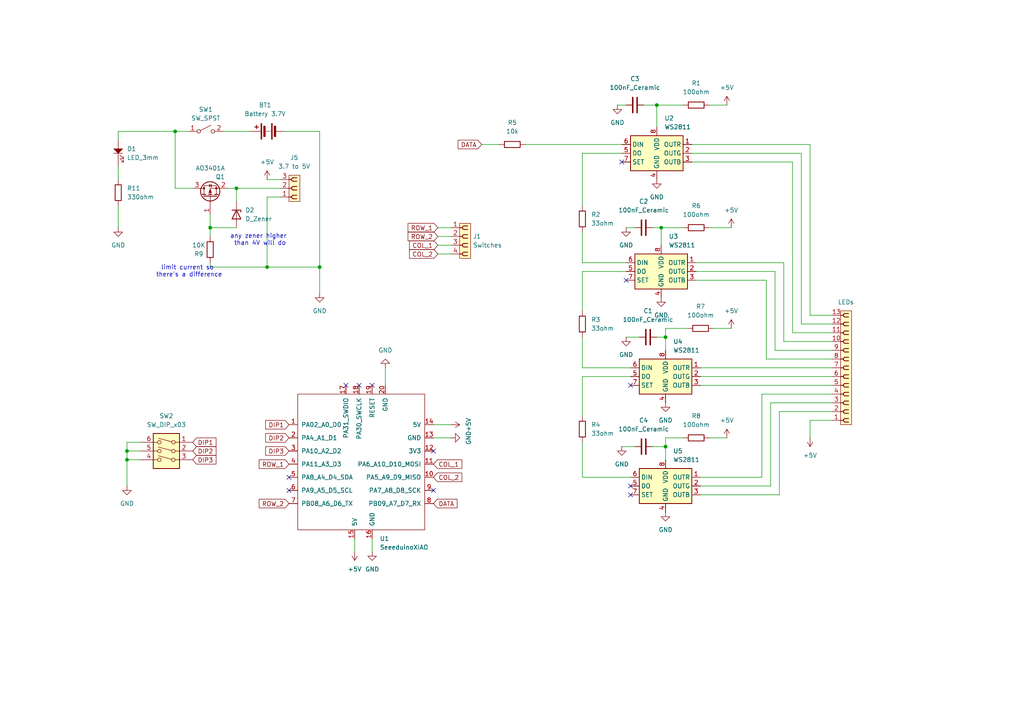
<source format=kicad_sch>
(kicad_sch (version 20231120) (generator "eeschema") (generator_version "8.0")
  (paper "A4")
  (title_block (title "Interactiles 2x2 WS2811 "))
  (lib_symbols
    (symbol "Device:Battery" (pin_numbers hide) (pin_names (offset 0) hide)
      (property "Reference" "BT" (at 2.54 2.54 0))
      (property "Value" "Battery" (at 2.54 0 0))
      (symbol "Battery_0_1"
        (rectangle (start -2.286 -1.27) (end 2.286 -1.524) (fill (type outline)))
        (rectangle (start -2.286 1.778) (end 2.286 1.524) (fill (type outline)))
        (rectangle (start -1.524 -2.032) (end 1.524 -2.54) (fill (type outline)))
        (rectangle (start -1.524 1.016) (end 1.524 0.508) (fill (type outline)))
        (polyline (pts (xy 0 -1.016) (xy 0 -0.762)))
        (polyline (pts (xy 0 -0.508) (xy 0 -0.254)))
        (polyline (pts (xy 0 0) (xy 0 0.254)))
        (polyline (pts (xy 0 1.778) (xy 0 2.54)))
        (polyline (pts (xy 0.762 3.048) (xy 1.778 3.048)) (stroke (width 0.254)))
        (polyline (pts (xy 1.27 3.556) (xy 1.27 2.54)) (stroke (width 0.254)))
      )
      (symbol "Battery_1_1"
        (pin passive line (at 0 5.08 270) (length 2.54) (name "+") (number "1"))
        (pin passive line (at 0 -5.08 90) (length 2.54) (name "-") (number "2"))
      )
    )
    (symbol "Device:D_Zener" (pin_numbers hide) (pin_names (offset 1.016) hide)
      (property "Reference" "D" (at 0 2.54 0))
      (property "Value" "D_Zener" (at 0 -2.54 0))
      (symbol "D_Zener_0_1"
        (polyline (pts (xy 1.27 0) (xy -1.27 0)))
        (polyline (pts (xy -1.27 -1.27) (xy -1.27 1.27) (xy -0.762 1.27)) (stroke (width 0.254)))
        (polyline (pts (xy 1.27 -1.27) (xy 1.27 1.27) (xy -1.27 0) (xy 1.27 -1.27)) (stroke (width 0.254)))
      )
      (symbol "D_Zener_1_1"
        (pin passive line (at -3.81 0 0) (length 2.54) (name "K") (number "1"))
        (pin passive line (at 3.81 0 180) (length 2.54) (name "A") (number "2"))
      )
    )
    (symbol "Driver_LED:WS2811"
      (property "Reference" "U" (at -6.35 6.35 0))
      (property "Value" "WS2811" (at 5.08 6.35 0))
      (symbol "WS2811_0_1"
        (rectangle (start -7.62 5.08) (end 7.62 -5.08) (stroke (width 0.254)) (fill (type background)))
      )
      (symbol "WS2811_1_1"
        (pin output line (at 10.16 2.54 180) (length 2.54) (name "OUTR") (number "1"))
        (pin output line (at 10.16 0 180) (length 2.54) (name "OUTG") (number "2"))
        (pin output line (at 10.16 -2.54 180) (length 2.54) (name "OUTB") (number "3"))
        (pin power_in line (at 0 -7.62 90) (length 2.54) (name "GND") (number "4"))
        (pin output line (at -10.16 0 0) (length 2.54) (name "DO") (number "5"))
        (pin input line (at -10.16 2.54 0) (length 2.54) (name "DIN") (number "6"))
        (pin input line (at -10.16 -2.54 0) (length 2.54) (name "SET") (number "7"))
        (pin power_in line (at 0 7.62 270) (length 2.54) (name "VDD") (number "8"))
      )
    )
    (symbol "InteractilesLibrary:SeeeduinoXIAO" (pin_names (offset 1.016))
      (property "Reference" "U" (at -19.05 22.86 0))
      (property "Value" "SeeeduinoXIAO" (at -12.7 21.59 0))
      (symbol "SeeeduinoXIAO_0_1"
        (rectangle (start -19.05 20.32) (end 17.78 -19.05))
      )
      (symbol "SeeeduinoXIAO_1_1"
        (pin unspecified line (at -21.59 11.43 0) (length 2.54) (name "PA02_A0_D0") (number "1"))
        (pin unspecified line (at 20.32 -3.81 180) (length 2.54) (name "PA5_A9_D9_MISO") (number "10"))
        (pin unspecified line (at 20.32 0 180) (length 2.54) (name "PA6_A10_D10_MOSI") (number "11"))
        (pin unspecified line (at 20.32 3.81 180) (length 2.54) (name "3V3") (number "12"))
        (pin unspecified line (at 20.32 7.62 180) (length 2.54) (name "GND") (number "13"))
        (pin unspecified line (at 20.32 11.43 180) (length 2.54) (name "5V") (number "14"))
        (pin input line (at -2.54 -21.59 90) (length 2.54) (name "5V") (number "15"))
        (pin input line (at 2.54 -21.59 90) (length 2.54) (name "GND") (number "16"))
        (pin input line (at -5.08 22.86 270) (length 2.54) (name "PA31_SWDIO") (number "17"))
        (pin input line (at -1.27 22.86 270) (length 2.54) (name "PA30_SWCLK") (number "18"))
        (pin input line (at 2.54 22.86 270) (length 2.54) (name "RESET") (number "19"))
        (pin unspecified line (at -21.59 7.62 0) (length 2.54) (name "PA4_A1_D1") (number "2"))
        (pin input line (at 6.35 22.86 270) (length 2.54) (name "GND") (number "20"))
        (pin unspecified line (at -21.59 3.81 0) (length 2.54) (name "PA10_A2_D2") (number "3"))
        (pin unspecified line (at -21.59 0 0) (length 2.54) (name "PA11_A3_D3") (number "4"))
        (pin unspecified line (at -21.59 -3.81 0) (length 2.54) (name "PA8_A4_D4_SDA") (number "5"))
        (pin unspecified line (at -21.59 -7.62 0) (length 2.54) (name "PA9_A5_D5_SCL") (number "6"))
        (pin unspecified line (at -21.59 -11.43 0) (length 2.54) (name "PB08_A6_D6_TX") (number "7"))
        (pin unspecified line (at 20.32 -11.43 180) (length 2.54) (name "PB09_A7_D7_RX") (number "8"))
        (pin unspecified line (at 20.32 -7.62 180) (length 2.54) (name "PA7_A8_D8_SCK") (number "9"))
      )
    )
    (symbol "PCM_SL_Capacitors:100nF_Ceramic"
      (property "Reference" "C" (at 0 6.35 0))
      (property "Value" "100nF_Ceramic" (at 0 3.81 0))
      (symbol "100nF_Ceramic_0_1"
        (rectangle (start -0.762 2.286) (end -0.508 -2.286) (fill (type outline)))
        (rectangle (start 0.508 2.286) (end 0.762 -2.286) (fill (type outline)))
      )
      (symbol "100nF_Ceramic_1_1"
        (pin passive line (at -2.54 0 0) (length 2) (name "~") (number "1"))
        (pin input line (at 2.54 0 180) (length 2) (name "~") (number "2"))
      )
    )
    (symbol "PCM_SL_Devices:LED_3mm"
      (property "Reference" "D" (at -0.508 5.334 0))
      (property "Value" "LED_3mm" (at -0.508 2.794 0))
      (symbol "LED_3mm_0_1"
        (polyline (pts (xy -1.27 0) (xy -2.54 0)))
        (polyline (pts (xy 0 1.27) (xy 0 -1.27)))
        (polyline (pts (xy 0.508 0.508) (xy 1.524 1.524)))
        (polyline (pts (xy 1.27 0) (xy 2.54 0)))
        (polyline (pts (xy 1.524 0.508) (xy 2.54 1.524)))
        (polyline (pts (xy 1.524 1.524) (xy 0.889 1.524)))
        (polyline (pts (xy 1.524 1.524) (xy 1.524 0.889)))
        (polyline (pts (xy 2.54 1.524) (xy 1.905 1.524)))
        (polyline (pts (xy 2.54 1.524) (xy 2.54 0.889)))
        (polyline (pts (xy 0 0) (xy -1.27 -1.27) (xy -1.27 1.27) (xy 0 0) (xy 1.27 0)) (fill (type outline)))
      )
      (symbol "LED_3mm_1_1"
        (pin passive line (at 3.81 0 180) (length 1.5) (name "~") (number "1"))
        (pin passive line (at -3.81 0 0) (length 1.5) (name "") (number "2"))
      )
    )
    (symbol "PCM_SL_Pin_Headers:PINHD_1x13_Female"
      (property "Reference" "J" (at 0 21.59 0))
      (property "Value" "PINHD_1x13_Female" (at 0 19.05 0))
      (symbol "PINHD_1x13_Female_0_1"
        (rectangle (start -1.27 16.51) (end 1.905 -16.51) (fill (type background)))
        (arc (start -0.508 -15.24) (mid -0.3592 -15.5992) (end 0 -15.748) (stroke (width 0.25)))
        (arc (start -0.508 -12.7) (mid -0.3592 -13.0592) (end 0 -13.208) (stroke (width 0.25)))
        (arc (start -0.508 -10.16) (mid -0.3592 -10.5192) (end 0 -10.668) (stroke (width 0.25)))
        (arc (start -0.508 -7.62) (mid -0.3592 -7.9792) (end 0 -8.128) (stroke (width 0.25)))
        (arc (start -0.508 -5.08) (mid -0.3592 -5.4392) (end 0 -5.588) (stroke (width 0.25)))
        (arc (start -0.508 -2.54) (mid -0.3592 -2.8992) (end 0 -3.048) (stroke (width 0.25)))
        (arc (start -0.508 0) (mid -0.3592 -0.3592) (end 0 -0.508) (stroke (width 0.25)))
        (arc (start -0.508 2.54) (mid -0.3592 2.1808) (end 0 2.032) (stroke (width 0.25)))
        (arc (start -0.508 5.08) (mid -0.3592 4.7208) (end 0 4.572) (stroke (width 0.25)))
        (arc (start -0.508 7.62) (mid -0.3592 7.2608) (end 0 7.112) (stroke (width 0.25)))
        (arc (start -0.508 10.16) (mid -0.3592 9.8008) (end 0 9.652) (stroke (width 0.25)))
        (arc (start -0.508 12.7) (mid -0.3592 12.3408) (end 0 12.192) (stroke (width 0.25)))
        (arc (start -0.508 15.24) (mid -0.3592 14.8808) (end 0 14.732) (stroke (width 0.25)))
        (arc (start 0 -14.732) (mid -0.3592 -14.8808) (end -0.508 -15.24) (stroke (width 0.25)))
        (arc (start 0 -12.192) (mid -0.3592 -12.3408) (end -0.508 -12.7) (stroke (width 0.25)))
        (arc (start 0 -9.652) (mid -0.3592 -9.8008) (end -0.508 -10.16) (stroke (width 0.25)))
        (arc (start 0 -7.112) (mid -0.3592 -7.2608) (end -0.508 -7.62) (stroke (width 0.25)))
        (arc (start 0 -4.572) (mid -0.3592 -4.7208) (end -0.508 -5.08) (stroke (width 0.25)))
        (arc (start 0 -2.032) (mid -0.3592 -2.1808) (end -0.508 -2.54) (stroke (width 0.25)))
        (polyline (pts (xy -1.27 -15.24) (xy -0.508 -15.24)) (stroke (width 0.25)))
        (polyline (pts (xy -1.27 -12.7) (xy -0.508 -12.7)) (stroke (width 0.25)))
        (polyline (pts (xy -1.27 -10.16) (xy -0.508 -10.16)) (stroke (width 0.25)))
        (polyline (pts (xy -1.27 -7.62) (xy -0.508 -7.62)) (stroke (width 0.25)))
        (polyline (pts (xy -1.27 -5.08) (xy -0.508 -5.08)) (stroke (width 0.25)))
        (polyline (pts (xy -1.27 -2.54) (xy -0.508 -2.54)) (stroke (width 0.25)))
        (polyline (pts (xy -1.27 0) (xy -0.508 0)) (stroke (width 0.25)))
        (polyline (pts (xy -1.27 2.54) (xy -0.508 2.54)) (stroke (width 0.25)))
        (polyline (pts (xy -1.27 5.08) (xy -0.508 5.08)) (stroke (width 0.25)))
        (polyline (pts (xy -1.27 7.62) (xy -0.508 7.62)) (stroke (width 0.25)))
        (polyline (pts (xy -1.27 10.16) (xy -0.508 10.16)) (stroke (width 0.25)))
        (polyline (pts (xy -1.27 12.7) (xy -0.508 12.7)) (stroke (width 0.25)))
        (polyline (pts (xy -1.27 15.24) (xy -0.508 15.24)) (stroke (width 0.25)))
        (polyline (pts (xy 0 -15.748) (xy 1.016 -15.748)) (stroke (width 0.25)))
        (polyline (pts (xy 0 -14.732) (xy 1.016 -14.732)) (stroke (width 0.25)))
        (polyline (pts (xy 0 -13.208) (xy 1.016 -13.208)) (stroke (width 0.25)))
        (polyline (pts (xy 0 -12.192) (xy 1.016 -12.192)) (stroke (width 0.25)))
        (polyline (pts (xy 0 -10.668) (xy 1.016 -10.668)) (stroke (width 0.25)))
        (polyline (pts (xy 0 -9.652) (xy 1.016 -9.652)) (stroke (width 0.25)))
        (polyline (pts (xy 0 -8.128) (xy 1.016 -8.128)) (stroke (width 0.25)))
        (polyline (pts (xy 0 -7.112) (xy 1.016 -7.112)) (stroke (width 0.25)))
        (polyline (pts (xy 0 -5.588) (xy 1.016 -5.588)) (stroke (width 0.25)))
        (polyline (pts (xy 0 -4.572) (xy 1.016 -4.572)) (stroke (width 0.25)))
        (polyline (pts (xy 0 -3.048) (xy 1.016 -3.048)) (stroke (width 0.25)))
        (polyline (pts (xy 0 -2.032) (xy 1.016 -2.032)) (stroke (width 0.25)))
        (polyline (pts (xy 0 -0.508) (xy 1.016 -0.508)) (stroke (width 0.25)))
        (polyline (pts (xy 0 0.508) (xy 1.016 0.508)) (stroke (width 0.25)))
        (polyline (pts (xy 0 2.032) (xy 1.016 2.032)) (stroke (width 0.25)))
        (polyline (pts (xy 0 3.048) (xy 1.016 3.048)) (stroke (width 0.25)))
        (polyline (pts (xy 0 4.572) (xy 1.016 4.572)) (stroke (width 0.25)))
        (polyline (pts (xy 0 5.588) (xy 1.016 5.588)) (stroke (width 0.25)))
        (polyline (pts (xy 0 7.112) (xy 1.016 7.112)) (stroke (width 0.25)))
        (polyline (pts (xy 0 8.128) (xy 1.016 8.128)) (stroke (width 0.25)))
        (polyline (pts (xy 0 9.652) (xy 1.016 9.652)) (stroke (width 0.25)))
        (polyline (pts (xy 0 10.668) (xy 1.016 10.668)) (stroke (width 0.25)))
        (polyline (pts (xy 0 12.192) (xy 1.016 12.192)) (stroke (width 0.25)))
        (polyline (pts (xy 0 13.208) (xy 1.016 13.208)) (stroke (width 0.25)))
        (polyline (pts (xy 0 14.732) (xy 1.016 14.732)) (stroke (width 0.25)))
        (polyline (pts (xy 0 15.748) (xy 1.016 15.748)) (stroke (width 0.25)))
        (arc (start 0 0.508) (mid -0.3592 0.3592) (end -0.508 0) (stroke (width 0.25)))
        (arc (start 0 3.048) (mid -0.3592 2.8992) (end -0.508 2.54) (stroke (width 0.25)))
        (arc (start 0 5.588) (mid -0.3592 5.4392) (end -0.508 5.08) (stroke (width 0.25)))
        (arc (start 0 8.128) (mid -0.3592 7.9792) (end -0.508 7.62) (stroke (width 0.25)))
        (arc (start 0 10.668) (mid -0.3592 10.5192) (end -0.508 10.16) (stroke (width 0.25)))
        (arc (start 0 13.208) (mid -0.3592 13.0592) (end -0.508 12.7) (stroke (width 0.25)))
        (arc (start 0 15.748) (mid -0.3592 15.5992) (end -0.508 15.24) (stroke (width 0.25)))
      )
      (symbol "PINHD_1x13_Female_1_1"
        (pin passive line (at -3.81 15.24 0) (length 2.54) (name "") (number "1"))
        (pin passive line (at -3.81 -7.62 0) (length 2.54) (name "") (number "10"))
        (pin passive line (at -3.81 -10.16 0) (length 2.54) (name "") (number "11"))
        (pin passive line (at -3.81 -12.7 0) (length 2.54) (name "") (number "12"))
        (pin passive line (at -3.81 -15.24 0) (length 2.54) (name "") (number "13"))
        (pin passive line (at -3.81 12.7 0) (length 2.54) (name "") (number "2"))
        (pin passive line (at -3.81 10.16 0) (length 2.54) (name "") (number "3"))
        (pin passive line (at -3.81 7.62 0) (length 2.54) (name "") (number "4"))
        (pin passive line (at -3.81 5.08 0) (length 2.54) (name "") (number "5"))
        (pin passive line (at -3.81 2.54 0) (length 2.54) (name "") (number "6"))
        (pin passive line (at -3.81 0 0) (length 2.54) (name "") (number "7"))
        (pin passive line (at -3.81 -2.54 0) (length 2.54) (name "") (number "8"))
        (pin passive line (at -3.81 -5.08 0) (length 2.54) (name "") (number "9"))
      )
    )
    (symbol "PCM_SL_Pin_Headers:PINHD_1x3_Female"
      (property "Reference" "J" (at 0 8.89 0))
      (property "Value" "PINHD_1x3_Female" (at 0 6.35 0))
      (symbol "PINHD_1x3_Female_0_1"
        (rectangle (start -1.27 3.81) (end 1.905 -3.81) (fill (type background)))
        (arc (start -0.508 -2.54) (mid -0.3592 -2.8992) (end 0 -3.048) (stroke (width 0.25)))
        (arc (start -0.508 0) (mid -0.3592 -0.3592) (end 0 -0.508) (stroke (width 0.25)))
        (arc (start -0.508 2.54) (mid -0.3592 2.1808) (end 0 2.032) (stroke (width 0.25)))
        (arc (start 0 -2.032) (mid -0.3592 -2.1808) (end -0.508 -2.54) (stroke (width 0.25)))
        (polyline (pts (xy -1.27 -2.54) (xy -0.508 -2.54)) (stroke (width 0.25)))
        (polyline (pts (xy -1.27 0) (xy -0.508 0)) (stroke (width 0.25)))
        (polyline (pts (xy -1.27 2.54) (xy -0.508 2.54)) (stroke (width 0.25)))
        (polyline (pts (xy 0 -3.048) (xy 1.016 -3.048)) (stroke (width 0.25)))
        (polyline (pts (xy 0 -2.032) (xy 1.016 -2.032)) (stroke (width 0.25)))
        (polyline (pts (xy 0 -0.508) (xy 1.016 -0.508)) (stroke (width 0.25)))
        (polyline (pts (xy 0 0.508) (xy 1.016 0.508)) (stroke (width 0.25)))
        (polyline (pts (xy 0 2.032) (xy 1.016 2.032)) (stroke (width 0.25)))
        (polyline (pts (xy 0 3.048) (xy 1.016 3.048)) (stroke (width 0.25)))
        (arc (start 0 0.508) (mid -0.3592 0.3592) (end -0.508 0) (stroke (width 0.25)))
        (arc (start 0 3.048) (mid -0.3592 2.8992) (end -0.508 2.54) (stroke (width 0.25)))
      )
      (symbol "PINHD_1x3_Female_1_1"
        (pin passive line (at -3.81 2.54 0) (length 2.54) (name "") (number "1"))
        (pin passive line (at -3.81 0 0) (length 2.54) (name "") (number "2"))
        (pin passive line (at -3.81 -2.54 0) (length 2.54) (name "") (number "3"))
      )
    )
    (symbol "PCM_SL_Pin_Headers:PINHD_1x4_Female"
      (property "Reference" "J" (at 0 10.16 0))
      (property "Value" "PINHD_1x4_Female" (at 0 7.62 0))
      (symbol "PINHD_1x4_Female_0_1"
        (rectangle (start -1.27 5.08) (end 1.905 -5.08) (fill (type background)))
        (arc (start -0.508 -3.81) (mid -0.3592 -4.1692) (end 0 -4.318) (stroke (width 0.25)))
        (arc (start -0.508 -1.27) (mid -0.3592 -1.6292) (end 0 -1.778) (stroke (width 0.25)))
        (arc (start -0.508 1.27) (mid -0.3592 0.9108) (end 0 0.762) (stroke (width 0.25)))
        (arc (start -0.508 3.81) (mid -0.3592 3.4508) (end 0 3.302) (stroke (width 0.25)))
        (arc (start 0 -3.302) (mid -0.3592 -3.4508) (end -0.508 -3.81) (stroke (width 0.25)))
        (arc (start 0 -0.762) (mid -0.3592 -0.9108) (end -0.508 -1.27) (stroke (width 0.25)))
        (polyline (pts (xy -1.27 -3.81) (xy -0.508 -3.81)) (stroke (width 0.25)))
        (polyline (pts (xy -1.27 -1.27) (xy -0.508 -1.27)) (stroke (width 0.25)))
        (polyline (pts (xy -1.27 1.27) (xy -0.508 1.27)) (stroke (width 0.25)))
        (polyline (pts (xy -1.27 3.81) (xy -0.508 3.81)) (stroke (width 0.25)))
        (polyline (pts (xy 0 -4.318) (xy 1.016 -4.318)) (stroke (width 0.25)))
        (polyline (pts (xy 0 -3.302) (xy 1.016 -3.302)) (stroke (width 0.25)))
        (polyline (pts (xy 0 -1.778) (xy 1.016 -1.778)) (stroke (width 0.25)))
        (polyline (pts (xy 0 -0.762) (xy 1.016 -0.762)) (stroke (width 0.25)))
        (polyline (pts (xy 0 0.762) (xy 1.016 0.762)) (stroke (width 0.25)))
        (polyline (pts (xy 0 1.778) (xy 1.016 1.778)) (stroke (width 0.25)))
        (polyline (pts (xy 0 3.302) (xy 1.016 3.302)) (stroke (width 0.25)))
        (polyline (pts (xy 0 4.318) (xy 1.016 4.318)) (stroke (width 0.25)))
        (arc (start 0 1.778) (mid -0.3592 1.6292) (end -0.508 1.27) (stroke (width 0.25)))
        (arc (start 0 4.318) (mid -0.3592 4.1692) (end -0.508 3.81) (stroke (width 0.25)))
      )
      (symbol "PINHD_1x4_Female_1_1"
        (pin passive line (at -3.81 3.81 0) (length 2.54) (name "") (number "1"))
        (pin passive line (at -3.81 1.27 0) (length 2.54) (name "") (number "2"))
        (pin passive line (at -3.81 -1.27 0) (length 2.54) (name "") (number "3"))
        (pin passive line (at -3.81 -3.81 0) (length 2.54) (name "") (number "4"))
      )
    )
    (symbol "PCM_SL_Resistors:100ohm"
      (property "Reference" "R" (at 0 5.08 0))
      (property "Value" "100ohm" (at 0 2.54 0))
      (symbol "100ohm_0_1"
        (rectangle (start -2.286 0.889) (end 2.286 -0.889) (stroke (width 0.24)))
      )
      (symbol "100ohm_1_1"
        (pin passive line (at -3.81 0 0) (length 1.5) (name "") (number "1"))
        (pin passive line (at 3.81 0 180) (length 1.5) (name "~") (number "2"))
      )
    )
    (symbol "PCM_SL_Resistors:10k"
      (property "Reference" "R" (at 0 5.08 0))
      (property "Value" "10k" (at 0 2.54 0))
      (symbol "10k_0_1"
        (rectangle (start -2.286 0.889) (end 2.286 -0.889) (stroke (width 0.24)))
      )
      (symbol "10k_1_1"
        (pin passive line (at -3.81 0 0) (length 1.5) (name "") (number "1"))
        (pin passive line (at 3.81 0 180) (length 1.5) (name "~") (number "2"))
      )
    )
    (symbol "PCM_SL_Resistors:1k"
      (property "Reference" "R" (at 0 5.08 0))
      (property "Value" "1k" (at 0 2.54 0))
      (symbol "1k_0_1"
        (rectangle (start -2.286 0.889) (end 2.286 -0.889) (stroke (width 0.24)))
      )
      (symbol "1k_1_1"
        (pin passive line (at -3.81 0 0) (length 1.5) (name "") (number "1"))
        (pin passive line (at 3.81 0 180) (length 1.5) (name "~") (number "2"))
      )
    )
    (symbol "PCM_SL_Resistors:330ohm"
      (property "Reference" "R" (at 0 5.08 0))
      (property "Value" "330ohm" (at 0 2.54 0))
      (symbol "330ohm_0_1"
        (rectangle (start -2.286 0.889) (end 2.286 -0.889) (stroke (width 0.24)))
      )
      (symbol "330ohm_1_1"
        (pin passive line (at -3.81 0 0) (length 1.5) (name "") (number "1"))
        (pin passive line (at 3.81 0 180) (length 1.5) (name "~") (number "2"))
      )
    )
    (symbol "PCM_SL_Resistors:33ohm"
      (property "Reference" "R" (at 0 5.08 0))
      (property "Value" "33ohm" (at 0 2.54 0))
      (symbol "33ohm_0_1"
        (rectangle (start -2.286 0.889) (end 2.286 -0.889) (stroke (width 0.24)))
      )
      (symbol "33ohm_1_1"
        (pin passive line (at -3.81 0 0) (length 1.5) (name "") (number "1"))
        (pin passive line (at 3.81 0 180) (length 1.5) (name "~") (number "2"))
      )
    )
    (symbol "Switch:SW_DIP_x03" (pin_names (offset 0) hide)
      (property "Reference" "SW" (at 0 6.35 0))
      (property "Value" "SW_DIP_x03" (at 0 -6.35 0))
      (symbol "SW_DIP_x03_0_0"
        (circle (center -2.032 -2.54) (radius 0.508))
        (circle (center -2.032 0) (radius 0.508))
        (circle (center -2.032 2.54) (radius 0.508))
        (polyline (pts (xy -1.524 -2.413) (xy 2.3622 -1.3716)))
        (polyline (pts (xy -1.524 0.127) (xy 2.3622 1.1684)))
        (polyline (pts (xy -1.524 2.667) (xy 2.3622 3.7084)))
        (circle (center 2.032 -2.54) (radius 0.508))
        (circle (center 2.032 0) (radius 0.508))
        (circle (center 2.032 2.54) (radius 0.508))
      )
      (symbol "SW_DIP_x03_0_1"
        (rectangle (start -3.81 5.08) (end 3.81 -5.08) (stroke (width 0.254)) (fill (type background)))
      )
      (symbol "SW_DIP_x03_1_1"
        (pin passive line (at -7.62 2.54 0) (length 5.08) (name "~") (number "1"))
        (pin passive line (at -7.62 0 0) (length 5.08) (name "~") (number "2"))
        (pin passive line (at -7.62 -2.54 0) (length 5.08) (name "~") (number "3"))
        (pin passive line (at 7.62 -2.54 180) (length 5.08) (name "~") (number "4"))
        (pin passive line (at 7.62 0 180) (length 5.08) (name "~") (number "5"))
        (pin passive line (at 7.62 2.54 180) (length 5.08) (name "~") (number "6"))
      )
    )
    (symbol "Switch:SW_SPST" (pin_names (offset 0) hide)
      (property "Reference" "SW" (at 0 3.175 0))
      (property "Value" "SW_SPST" (at 0 -2.54 0))
      (symbol "SW_SPST_0_0"
        (circle (center -2.032 0) (radius 0.508))
        (polyline (pts (xy -1.524 0.254) (xy 1.524 1.778)))
        (circle (center 2.032 0) (radius 0.508))
      )
      (symbol "SW_SPST_1_1"
        (pin passive line (at -5.08 0 0) (length 2.54) (name "A") (number "1"))
        (pin passive line (at 5.08 0 180) (length 2.54) (name "B") (number "2"))
      )
    )
    (symbol "Transistor_FET:AO3401A" (pin_names hide)
      (property "Reference" "Q" (at 5.08 1.905 0))
      (property "Value" "AO3401A" (at 5.08 0 0))
      (symbol "AO3401A_0_1"
        (polyline (pts (xy 0.254 0) (xy -2.54 0)))
        (polyline (pts (xy 0.254 1.905) (xy 0.254 -1.905)) (stroke (width 0.254)))
        (polyline (pts (xy 0.762 -1.27) (xy 0.762 -2.286)) (stroke (width 0.254)))
        (polyline (pts (xy 0.762 0.508) (xy 0.762 -0.508)) (stroke (width 0.254)))
        (polyline (pts (xy 0.762 2.286) (xy 0.762 1.27)) (stroke (width 0.254)))
        (polyline (pts (xy 2.54 2.54) (xy 2.54 1.778)))
        (polyline (pts (xy 2.54 -2.54) (xy 2.54 0) (xy 0.762 0)))
        (polyline (pts (xy 0.762 1.778) (xy 3.302 1.778) (xy 3.302 -1.778) (xy 0.762 -1.778)))
        (polyline (pts (xy 2.286 0) (xy 1.27 0.381) (xy 1.27 -0.381) (xy 2.286 0)) (fill (type outline)))
        (polyline (pts (xy 2.794 -0.508) (xy 2.921 -0.381) (xy 3.683 -0.381) (xy 3.81 -0.254)))
        (polyline (pts (xy 3.302 -0.381) (xy 2.921 0.254) (xy 3.683 0.254) (xy 3.302 -0.381)))
        (circle (center 1.651 0) (radius 2.794) (stroke (width 0.254)))
        (circle (center 2.54 -1.778) (radius 0.254) (fill (type outline)))
        (circle (center 2.54 1.778) (radius 0.254) (fill (type outline)))
      )
      (symbol "AO3401A_1_1"
        (pin input line (at -5.08 0 0) (length 2.54) (name "G") (number "1"))
        (pin passive line (at 2.54 -5.08 90) (length 2.54) (name "S") (number "2"))
        (pin passive line (at 2.54 5.08 270) (length 2.54) (name "D") (number "3"))
      )
    )
    (symbol "power:+5V" (power) (pin_numbers hide) (pin_names (offset 0) hide)
      (property "Value" "+5V" (at 0 3.556 0))
      (symbol "+5V_0_1"
        (polyline (pts (xy -0.762 1.27) (xy 0 2.54)))
        (polyline (pts (xy 0 0) (xy 0 2.54)))
        (polyline (pts (xy 0 2.54) (xy 0.762 1.27)))
      )
      (symbol "+5V_1_1"
        (pin power_in line (at 0 0 90) (length 0) (name "~") (number "1"))
      )
    )
    (symbol "power:GND" (power) (pin_numbers hide) (pin_names (offset 0) hide)
      (property "Value" "GND" (at 0 -3.81 0))
      (symbol "GND_0_1"
        (polyline (pts (xy 0 0) (xy 0 -1.27) (xy 1.27 -1.27) (xy 0 -2.54) (xy -1.27 -1.27) (xy 0 -1.27)))
      )
      (symbol "GND_1_1"
        (pin power_in line (at 0 0 270) (length 0) (name "~") (number "1"))
      )
    )
  )
  (junction (at 193.04 129.54))
  (junction (at 193.04 97.79))
  (junction (at 60.96 66.04))
  (junction (at 191.77 66.04))
  (junction (at 36.83 133.35))
  (junction (at 190.5 30.48))
  (junction (at 77.47 77.47))
  (junction (at 36.83 130.81))
  (junction (at 68.58 54.61))
  (junction (at 50.8 38.1))
  (junction (at 92.71 77.47))
  (no_connect (at 107.95 111.76))
  (no_connect (at 100.33 111.76))
  (no_connect (at 125.73 130.81))
  (no_connect (at 182.88 140.97))
  (no_connect (at 181.61 81.28))
  (no_connect (at 182.88 143.51))
  (no_connect (at 83.82 138.43))
  (no_connect (at 180.34 46.99))
  (no_connect (at 125.73 142.24))
  (no_connect (at 104.14 111.76))
  (no_connect (at 83.82 142.24))
  (no_connect (at 182.88 111.76))
  (wire (pts (xy 203.2 143.51) (xy 226.06 143.51)))
  (wire (pts (xy 189.23 129.54) (xy 193.04 129.54)))
  (wire (pts (xy 168.91 97.79) (xy 168.91 106.68)))
  (wire (pts (xy 227.33 76.2) (xy 227.33 99.06)))
  (wire (pts (xy 130.81 66.04) (xy 127 66.04)))
  (wire (pts (xy 60.96 77.47) (xy 77.47 77.47)))
  (wire (pts (xy 229.87 46.99) (xy 229.87 96.52)))
  (wire (pts (xy 212.09 66.04) (xy 205.74 66.04)))
  (wire (pts (xy 222.25 104.14) (xy 241.3 104.14)))
  (wire (pts (xy 191.77 66.04) (xy 191.77 71.12)))
  (wire (pts (xy 210.82 30.48) (xy 205.74 30.48)))
  (wire (pts (xy 191.77 66.04) (xy 189.23 66.04)))
  (wire (pts (xy 193.04 95.25) (xy 193.04 97.79)))
  (wire (pts (xy 50.8 38.1) (xy 54.61 38.1)))
  (wire (pts (xy 229.87 96.52) (xy 241.3 96.52)))
  (wire (pts (xy 36.83 133.35) (xy 40.64 133.35)))
  (wire (pts (xy 201.93 78.74) (xy 224.79 78.74)))
  (wire (pts (xy 111.76 106.68) (xy 111.76 111.76)))
  (wire (pts (xy 191.77 66.04) (xy 198.12 66.04)))
  (wire (pts (xy 200.66 44.45) (xy 232.41 44.45)))
  (wire (pts (xy 193.04 127) (xy 193.04 129.54)))
  (wire (pts (xy 152.4 41.91) (xy 180.34 41.91)))
  (wire (pts (xy 168.91 128.27) (xy 168.91 138.43)))
  (wire (pts (xy 50.8 54.61) (xy 55.88 54.61)))
  (wire (pts (xy 222.25 81.28) (xy 222.25 104.14)))
  (wire (pts (xy 234.95 91.44) (xy 241.3 91.44)))
  (wire (pts (xy 203.2 111.76) (xy 241.3 111.76)))
  (wire (pts (xy 232.41 93.98) (xy 241.3 93.98)))
  (wire (pts (xy 179.07 30.48) (xy 181.61 30.48)))
  (wire (pts (xy 92.71 38.1) (xy 82.55 38.1)))
  (wire (pts (xy 210.82 127) (xy 205.74 127)))
  (wire (pts (xy 130.81 68.58) (xy 127 68.58)))
  (wire (pts (xy 60.96 66.04) (xy 68.58 66.04)))
  (wire (pts (xy 193.04 101.6) (xy 193.04 97.79)))
  (wire (pts (xy 180.34 129.54) (xy 184.15 129.54)))
  (wire (pts (xy 64.77 38.1) (xy 72.39 38.1)))
  (wire (pts (xy 200.66 41.91) (xy 234.95 41.91)))
  (wire (pts (xy 68.58 54.61) (xy 81.28 54.61)))
  (wire (pts (xy 92.71 38.1) (xy 92.71 77.47)))
  (wire (pts (xy 203.2 106.68) (xy 241.3 106.68)))
  (wire (pts (xy 36.83 128.27) (xy 40.64 128.27)))
  (wire (pts (xy 227.33 99.06) (xy 241.3 99.06)))
  (wire (pts (xy 223.52 116.84) (xy 223.52 140.97)))
  (wire (pts (xy 36.83 130.81) (xy 36.83 128.27)))
  (wire (pts (xy 77.47 77.47) (xy 92.71 77.47)))
  (wire (pts (xy 36.83 133.35) (xy 36.83 130.81)))
  (wire (pts (xy 77.47 57.15) (xy 77.47 77.47)))
  (wire (pts (xy 198.12 30.48) (xy 190.5 30.48)))
  (wire (pts (xy 34.29 38.1) (xy 34.29 40.64)))
  (wire (pts (xy 220.98 114.3) (xy 241.3 114.3)))
  (wire (pts (xy 181.61 78.74) (xy 168.91 78.74)))
  (wire (pts (xy 36.83 130.81) (xy 40.64 130.81)))
  (wire (pts (xy 203.2 140.97) (xy 223.52 140.97)))
  (wire (pts (xy 200.66 46.99) (xy 229.87 46.99)))
  (wire (pts (xy 168.91 138.43) (xy 182.88 138.43)))
  (wire (pts (xy 203.2 138.43) (xy 220.98 138.43)))
  (wire (pts (xy 232.41 44.45) (xy 232.41 93.98)))
  (wire (pts (xy 168.91 76.2) (xy 181.61 76.2)))
  (wire (pts (xy 107.95 160.02) (xy 107.95 156.21)))
  (wire (pts (xy 168.91 109.22) (xy 168.91 120.65)))
  (wire (pts (xy 130.81 73.66) (xy 127 73.66)))
  (wire (pts (xy 226.06 119.38) (xy 226.06 143.51)))
  (wire (pts (xy 60.96 66.04) (xy 60.96 68.58)))
  (wire (pts (xy 168.91 106.68) (xy 182.88 106.68)))
  (wire (pts (xy 224.79 101.6) (xy 241.3 101.6)))
  (wire (pts (xy 181.61 97.79) (xy 185.42 97.79)))
  (wire (pts (xy 168.91 44.45) (xy 168.91 59.69)))
  (wire (pts (xy 36.83 133.35) (xy 36.83 140.97)))
  (wire (pts (xy 50.8 38.1) (xy 50.8 54.61)))
  (wire (pts (xy 234.95 41.91) (xy 234.95 91.44)))
  (wire (pts (xy 220.98 114.3) (xy 220.98 138.43)))
  (wire (pts (xy 193.04 129.54) (xy 193.04 133.35)))
  (wire (pts (xy 234.95 121.92) (xy 241.3 121.92)))
  (wire (pts (xy 77.47 52.07) (xy 81.28 52.07)))
  (wire (pts (xy 201.93 76.2) (xy 227.33 76.2)))
  (wire (pts (xy 182.88 109.22) (xy 168.91 109.22)))
  (wire (pts (xy 180.34 44.45) (xy 168.91 44.45)))
  (wire (pts (xy 203.2 109.22) (xy 241.3 109.22)))
  (wire (pts (xy 34.29 48.26) (xy 34.29 52.07)))
  (wire (pts (xy 168.91 67.31) (xy 168.91 76.2)))
  (wire (pts (xy 181.61 66.04) (xy 184.15 66.04)))
  (wire (pts (xy 130.81 71.12) (xy 127 71.12)))
  (wire (pts (xy 223.52 116.84) (xy 241.3 116.84)))
  (wire (pts (xy 190.5 30.48) (xy 190.5 36.83)))
  (wire (pts (xy 130.81 127) (xy 125.73 127)))
  (wire (pts (xy 212.09 95.25) (xy 207.01 95.25)))
  (wire (pts (xy 198.12 127) (xy 193.04 127)))
  (wire (pts (xy 130.81 123.19) (xy 125.73 123.19)))
  (wire (pts (xy 168.91 78.74) (xy 168.91 90.17)))
  (wire (pts (xy 186.69 30.48) (xy 190.5 30.48)))
  (wire (pts (xy 92.71 85.09) (xy 92.71 77.47)))
  (wire (pts (xy 77.47 57.15) (xy 81.28 57.15)))
  (wire (pts (xy 201.93 81.28) (xy 222.25 81.28)))
  (wire (pts (xy 68.58 54.61) (xy 68.58 58.42)))
  (wire (pts (xy 193.04 97.79) (xy 190.5 97.79)))
  (wire (pts (xy 60.96 77.47) (xy 60.96 76.2)))
  (wire (pts (xy 224.79 78.74) (xy 224.79 101.6)))
  (wire (pts (xy 60.96 62.23) (xy 60.96 66.04)))
  (wire (pts (xy 226.06 119.38) (xy 241.3 119.38)))
  (wire (pts (xy 234.95 127) (xy 234.95 121.92)))
  (wire (pts (xy 102.87 160.02) (xy 102.87 156.21)))
  (wire (pts (xy 66.04 54.61) (xy 68.58 54.61)))
  (wire (pts (xy 34.29 38.1) (xy 50.8 38.1)))
  (wire (pts (xy 199.39 95.25) (xy 193.04 95.25)))
  (wire (pts (xy 139.7 41.91) (xy 144.78 41.91)))
  (wire (pts (xy 34.29 66.04) (xy 34.29 59.69)))
  (text "any zener higher \nthan 4V will do" (at 75.438 69.596 0) (effects (font (size 1.27 1.27))))
  (text "limit current so \nthere's a difference" (at 54.864 78.74 0) (effects (font (size 1.27 1.27))))
  (global_label "DIP2" (shape input) (at 83.82 127 180) (property "Intersheetrefs" "${INTERSHEET_REFS}" (effects (hide yes))))
  (global_label "DIP3" (shape input) (at 55.88 133.35 0) (property "Intersheetrefs" "${INTERSHEET_REFS}" (effects (hide yes))))
  (global_label "COL_2" (shape input) (at 125.73 138.43 0) (property "Intersheetrefs" "${INTERSHEET_REFS}" (effects (hide yes))))
  (global_label "DIP3" (shape input) (at 83.82 130.81 180) (property "Intersheetrefs" "${INTERSHEET_REFS}" (effects (hide yes))))
  (global_label "DATA" (shape input) (at 139.7 41.91 180) (property "Intersheetrefs" "${INTERSHEET_REFS}" (effects (hide yes))))
  (global_label "COL_1" (shape input) (at 127 71.12 180) (property "Intersheetrefs" "${INTERSHEET_REFS}" (effects (hide yes))))
  (global_label "DIP2" (shape input) (at 55.88 130.81 0) (property "Intersheetrefs" "${INTERSHEET_REFS}" (effects (hide yes))))
  (global_label "ROW_1" (shape input) (at 127 66.04 180) (property "Intersheetrefs" "${INTERSHEET_REFS}" (effects (hide yes))))
  (global_label "ROW_1" (shape input) (at 83.82 134.62 180) (property "Intersheetrefs" "${INTERSHEET_REFS}" (effects (hide yes))))
  (global_label "DIP1" (shape input) (at 83.82 123.19 180) (property "Intersheetrefs" "${INTERSHEET_REFS}" (effects (hide yes))))
  (global_label "COL_2" (shape input) (at 127 73.66 180) (property "Intersheetrefs" "${INTERSHEET_REFS}" (effects (hide yes))))
  (global_label "ROW_2" (shape input) (at 127 68.58 180) (property "Intersheetrefs" "${INTERSHEET_REFS}" (effects (hide yes))))
  (global_label "ROW_2" (shape input) (at 83.82 146.05 180) (property "Intersheetrefs" "${INTERSHEET_REFS}" (effects (hide yes))))
  (global_label "COL_1" (shape input) (at 125.73 134.62 0) (property "Intersheetrefs" "${INTERSHEET_REFS}" (effects (hide yes))))
  (global_label "DATA" (shape input) (at 125.73 146.05 0) (property "Intersheetrefs" "${INTERSHEET_REFS}" (effects (hide yes))))
  (global_label "DIP1" (shape input) (at 55.88 128.27 0) (property "Intersheetrefs" "${INTERSHEET_REFS}" (effects (hide yes))))
  (symbol (lib_id "power:+5V") (at 212.09 95.25 0) (unit 1)
    (property "Reference" "#PWR014" (effects (hide yes)))
    (property "Value" "+5V" (at 212.09 90.17 0))
    (property "Description" "Power symbol creates a global label with name \"+5V\"" (effects (hide yes)))
  )
  (symbol (lib_id "PCM_SL_Resistors:1k") (at 60.96 72.39 270) (unit 1)
    (property "Reference" "R9" (at 57.658 73.66 90))
    (property "Value" "10K" (at 57.658 71.12 90))
    (property "Footprint" "Resistor_SMD:R_0805_2012Metric_Pad1.20x1.40mm_HandSolder" (effects (hide yes)))
    (property "Description" "1kΩ, 1/4W Resistor" (effects (hide yes)))
  )
  (symbol (lib_id "PCM_SL_Capacitors:100nF_Ceramic") (at 186.69 129.54 0) (unit 1)
    (property "Reference" "C4" (at 186.69 121.92 0))
    (property "Value" "100nF_Ceramic" (at 186.69 124.46 0))
    (property "Footprint" "Capacitor_SMD:C_0805_2012Metric_Pad1.18x1.45mm_HandSolder" (effects (hide yes)))
    (property "Description" "100nF Ceramic Capacitor" (effects (hide yes)))
  )
  (symbol (lib_id "Driver_LED:WS2811") (at 193.04 109.22 0) (unit 1)
    (property "Reference" "U4" (at 195.2341 99.06 0) (effects (justify left)))
    (property "Value" "WS2811" (at 195.2341 101.6 0) (effects (justify left)))
    (property "Footprint" "Package_SO:HSOP-8-1EP_3.9x4.9mm_P1.27mm_EP2.3x2.3mm" (effects (hide yes)))
    (property "Datasheet" "https://cdn-shop.adafruit.com/datasheets/WS2811.pdf" (effects (hide yes)))
    (property "Description" "3-Channel 8-Bit PWM LED Driver, DIP-8/SOIC-8" (effects (hide yes)))
  )
  (symbol (lib_id "power:GND") (at 130.81 127 90) (unit 1)
    (property "Reference" "#PWR020" (effects (hide yes)))
    (property "Value" "GND" (at 135.89 127 0))
    (property "Description" "Power symbol creates a global label with name \"GND\" , ground" (effects (hide yes)))
  )
  (symbol (lib_id "InteractilesLibrary:SeeeduinoXIAO") (at 105.41 134.62 0) (unit 1)
    (property "Reference" "U1" (at 110.1441 156.21 0) (effects (justify left)))
    (property "Value" "SeeeduinoXIAO" (at 110.1441 158.75 0) (effects (justify left)))
    (property "Footprint" "Seeed Xiao:Seeeduino XIAO-MOUDLE14P-2.54-21X17.8MM" (effects (hide yes)))
  )
  (symbol (lib_id "power:GND") (at 181.61 66.04 0) (unit 1)
    (property "Reference" "#PWR02" (effects (hide yes)))
    (property "Value" "GND" (at 181.61 71.12 0))
    (property "Description" "Power symbol creates a global label with name \"GND\" , ground" (effects (hide yes)))
  )
  (symbol (lib_id "PCM_SL_Resistors:33ohm") (at 168.91 93.98 270) (unit 1)
    (property "Reference" "R3" (at 171.45 92.7099 90) (effects (justify left)))
    (property "Value" "33ohm" (at 171.45 95.2499 90) (effects (justify left)))
    (property "Footprint" "Resistor_SMD:R_0805_2012Metric_Pad1.20x1.40mm_HandSolder" (effects (hide yes)))
    (property "Description" "33Ω, 1/4W Resistor" (effects (hide yes)))
  )
  (symbol (lib_id "PCM_SL_Capacitors:100nF_Ceramic") (at 186.69 66.04 0) (unit 1)
    (property "Reference" "C2" (at 186.69 58.42 0))
    (property "Value" "100nF_Ceramic" (at 186.69 60.96 0))
    (property "Footprint" "Capacitor_SMD:C_0805_2012Metric_Pad1.18x1.45mm_HandSolder" (effects (hide yes)))
    (property "Description" "100nF Ceramic Capacitor" (effects (hide yes)))
  )
  (symbol (lib_id "power:GND") (at 36.83 140.97 0) (mirror y) (unit 1)
    (property "Reference" "#PWR09" (effects (hide yes)))
    (property "Value" "GND" (at 36.83 146.05 0))
    (property "Description" "Power symbol creates a global label with name \"GND\" , ground" (effects (hide yes)))
  )
  (symbol (lib_id "PCM_SL_Resistors:100ohm") (at 201.93 66.04 0) (unit 1)
    (property "Reference" "R6" (at 201.93 59.69 0))
    (property "Value" "100ohm" (at 201.93 62.23 0))
    (property "Footprint" "Resistor_SMD:R_0805_2012Metric_Pad1.20x1.40mm_HandSolder" (effects (hide yes)))
    (property "Description" "100Ω, 1/4W Resistor" (effects (hide yes)))
  )
  (symbol (lib_id "Transistor_FET:AO3401A") (at 60.96 57.15 90) (unit 1)
    (property "Reference" "Q1" (at 65.278 51.308 90) (effects (justify left)))
    (property "Value" "AO3401A" (at 65.278 48.768 90) (effects (justify left)))
    (property "Footprint" "Package_TO_SOT_SMD:SOT-23" (effects (hide yes)))
    (property "Datasheet" "http://www.aosmd.com/pdfs/datasheet/AO3401A.pdf" (effects (hide yes)))
    (property "Description" "-4.0A Id, -30V Vds, P-Channel MOSFET, SOT-23" (effects (hide yes)))
  )
  (symbol (lib_id "Driver_LED:WS2811") (at 190.5 44.45 0) (unit 1)
    (property "Reference" "U2" (at 192.6941 34.29 0) (effects (justify left)))
    (property "Value" "WS2811" (at 192.6941 36.83 0) (effects (justify left)))
    (property "Footprint" "Package_SO:HSOP-8-1EP_3.9x4.9mm_P1.27mm_EP2.3x2.3mm" (effects (hide yes)))
    (property "Datasheet" "https://cdn-shop.adafruit.com/datasheets/WS2811.pdf" (effects (hide yes)))
    (property "Description" "3-Channel 8-Bit PWM LED Driver, DIP-8/SOIC-8" (effects (hide yes)))
  )
  (symbol (lib_id "PCM_SL_Devices:LED_3mm") (at 34.29 44.45 270) (unit 1)
    (property "Reference" "D1" (at 36.83 43.1799 90) (effects (justify left)))
    (property "Value" "LED_3mm" (at 36.83 45.7199 90) (effects (justify left)))
    (property "Footprint" "LED_THT:LED_D3.0mm" (effects (hide yes)))
    (property "Description" "3mm diameter small LED" (effects (hide yes)))
  )
  (symbol (lib_id "PCM_SL_Resistors:330ohm") (at 34.29 55.88 90) (unit 1)
    (property "Reference" "R11" (at 36.83 54.6099 90) (effects (justify right)))
    (property "Value" "330ohm" (at 36.83 57.1499 90) (effects (justify right)))
    (property "Footprint" "Resistor_SMD:R_0805_2012Metric_Pad1.20x1.40mm_HandSolder" (effects (hide yes)))
    (property "Description" "330Ω, 1/4W Resistor" (effects (hide yes)))
  )
  (symbol (lib_id "PCM_SL_Pin_Headers:PINHD_1x13_Female") (at 245.11 106.68 0) (mirror x) (unit 1)
    (property "Reference" "J2" (effects (hide yes)))
    (property "Value" "LEDs" (at 245.365 87.63 0))
    (property "Footprint" "Connector_PinSocket_2.54mm:PinSocket_1x13_P2.54mm_Vertical" (effects (hide yes)))
    (property "Description" "Pin Header female with pin space 2.54mm. Pin Count - 13" (effects (hide yes)))
  )
  (symbol (lib_id "power:GND") (at 180.34 129.54 0) (unit 1)
    (property "Reference" "#PWR04" (effects (hide yes)))
    (property "Value" "GND" (at 180.34 134.62 0))
    (property "Description" "Power symbol creates a global label with name \"GND\" , ground" (effects (hide yes)))
  )
  (symbol (lib_id "PCM_SL_Resistors:100ohm") (at 201.93 127 0) (unit 1)
    (property "Reference" "R8" (at 201.93 120.65 0))
    (property "Value" "100ohm" (at 201.93 123.19 0))
    (property "Footprint" "Resistor_SMD:R_0805_2012Metric_Pad1.20x1.40mm_HandSolder" (effects (hide yes)))
    (property "Description" "100Ω, 1/4W Resistor" (effects (hide yes)))
  )
  (symbol (lib_id "Driver_LED:WS2811") (at 191.77 78.74 0) (unit 1)
    (property "Reference" "U3" (at 193.9641 68.58 0) (effects (justify left)))
    (property "Value" "WS2811" (at 193.9641 71.12 0) (effects (justify left)))
    (property "Footprint" "Package_SO:HSOP-8-1EP_3.9x4.9mm_P1.27mm_EP2.3x2.3mm" (effects (hide yes)))
    (property "Datasheet" "https://cdn-shop.adafruit.com/datasheets/WS2811.pdf" (effects (hide yes)))
    (property "Description" "3-Channel 8-Bit PWM LED Driver, DIP-8/SOIC-8" (effects (hide yes)))
  )
  (symbol (lib_id "power:GND") (at 179.07 30.48 0) (unit 1)
    (property "Reference" "#PWR01" (effects (hide yes)))
    (property "Value" "GND" (at 179.07 35.56 0))
    (property "Description" "Power symbol creates a global label with name \"GND\" , ground" (effects (hide yes)))
  )
  (symbol (lib_id "power:+5V") (at 210.82 30.48 0) (unit 1)
    (property "Reference" "#PWR012" (effects (hide yes)))
    (property "Value" "+5V" (at 210.82 25.4 0))
    (property "Description" "Power symbol creates a global label with name \"+5V\"" (effects (hide yes)))
  )
  (symbol (lib_id "power:GND") (at 193.04 148.59 0) (unit 1)
    (property "Reference" "#PWR05" (effects (hide yes)))
    (property "Value" "GND" (at 193.04 153.67 0))
    (property "Description" "Power symbol creates a global label with name \"GND\" , ground" (effects (hide yes)))
  )
  (symbol (lib_id "power:+5V") (at 210.82 127 0) (unit 1)
    (property "Reference" "#PWR015" (effects (hide yes)))
    (property "Value" "+5V" (at 210.82 121.92 0))
    (property "Description" "Power symbol creates a global label with name \"+5V\"" (effects (hide yes)))
  )
  (symbol (lib_id "power:GND") (at 92.71 85.09 0) (unit 1)
    (property "Reference" "#PWR017" (effects (hide yes)))
    (property "Value" "GND" (at 92.71 90.17 0))
    (property "Description" "Power symbol creates a global label with name \"GND\" , ground" (effects (hide yes)))
  )
  (symbol (lib_id "PCM_SL_Capacitors:100nF_Ceramic") (at 184.15 30.48 0) (unit 1)
    (property "Reference" "C3" (at 184.15 22.86 0))
    (property "Value" "100nF_Ceramic" (at 184.15 25.4 0))
    (property "Footprint" "Capacitor_SMD:C_0805_2012Metric_Pad1.18x1.45mm_HandSolder" (effects (hide yes)))
    (property "Description" "100nF Ceramic Capacitor" (effects (hide yes)))
  )
  (symbol (lib_id "Driver_LED:WS2811") (at 193.04 140.97 0) (unit 1)
    (property "Reference" "U5" (at 195.2341 130.81 0) (effects (justify left)))
    (property "Value" "WS2811" (at 195.2341 133.35 0) (effects (justify left)))
    (property "Footprint" "Package_SO:HSOP-8-1EP_3.9x4.9mm_P1.27mm_EP2.3x2.3mm" (effects (hide yes)))
    (property "Datasheet" "https://cdn-shop.adafruit.com/datasheets/WS2811.pdf" (effects (hide yes)))
    (property "Description" "3-Channel 8-Bit PWM LED Driver, DIP-8/SOIC-8" (effects (hide yes)))
  )
  (symbol (lib_id "PCM_SL_Resistors:33ohm") (at 168.91 63.5 270) (unit 1)
    (property "Reference" "R2" (at 171.45 62.2299 90) (effects (justify left)))
    (property "Value" "33ohm" (at 171.45 64.7699 90) (effects (justify left)))
    (property "Footprint" "Resistor_SMD:R_0805_2012Metric_Pad1.20x1.40mm_HandSolder" (effects (hide yes)))
    (property "Description" "33Ω, 1/4W Resistor" (effects (hide yes)))
  )
  (symbol (lib_id "PCM_SL_Resistors:10k") (at 148.59 41.91 0) (unit 1)
    (property "Reference" "R5" (at 148.59 35.56 0))
    (property "Value" "10k" (at 148.59 38.1 0))
    (property "Footprint" "Resistor_SMD:R_0805_2012Metric_Pad1.20x1.40mm_HandSolder" (effects (hide yes)))
    (property "Description" "10kΩ, 1/4W Resistor" (effects (hide yes)))
  )
  (symbol (lib_id "PCM_SL_Capacitors:100nF_Ceramic") (at 187.96 97.79 0) (unit 1)
    (property "Reference" "C1" (at 187.96 90.17 0))
    (property "Value" "100nF_Ceramic" (at 187.96 92.71 0))
    (property "Footprint" "Capacitor_SMD:C_0805_2012Metric_Pad1.18x1.45mm_HandSolder" (effects (hide yes)))
    (property "Description" "100nF Ceramic Capacitor" (effects (hide yes)))
  )
  (symbol (lib_id "power:GND") (at 34.29 66.04 0) (unit 1)
    (property "Reference" "#PWR023" (effects (hide yes)))
    (property "Value" "GND" (at 34.29 71.12 0))
    (property "Description" "Power symbol creates a global label with name \"GND\" , ground" (effects (hide yes)))
  )
  (symbol (lib_id "PCM_SL_Pin_Headers:PINHD_1x4_Female") (at 134.62 69.85 0) (unit 1)
    (property "Reference" "J1" (at 137.16 68.5799 0) (effects (justify left)))
    (property "Value" "Switches" (at 137.16 71.1199 0) (effects (justify left)))
    (property "Footprint" "Connector_PinSocket_2.54mm:PinSocket_1x04_P2.54mm_Vertical" (effects (hide yes)))
    (property "Description" "Pin Header female with pin space 2.54mm. Pin Count -4" (effects (hide yes)))
  )
  (symbol (lib_id "Switch:SW_DIP_x03") (at 48.26 130.81 0) (mirror y) (unit 1)
    (property "Reference" "SW2" (at 48.26 120.65 0))
    (property "Value" "SW_DIP_x03" (at 48.26 123.19 0))
    (property "Footprint" "Button_Switch_THT:SW_DIP_SPSTx03_Slide_9.78x9.8mm_W7.62mm_P2.54mm" (effects (hide yes)))
    (property "Description" "3x DIP Switch, Single Pole Single Throw (SPST) switch, small symbol" (effects (hide yes)))
  )
  (symbol (lib_id "PCM_SL_Resistors:100ohm") (at 203.2 95.25 0) (unit 1)
    (property "Reference" "R7" (at 203.2 88.9 0))
    (property "Value" "100ohm" (at 203.2 91.44 0))
    (property "Footprint" "Resistor_SMD:R_0805_2012Metric_Pad1.20x1.40mm_HandSolder" (effects (hide yes)))
    (property "Description" "100Ω, 1/4W Resistor" (effects (hide yes)))
  )
  (symbol (lib_id "Device:Battery") (at 77.47 38.1 90) (unit 1)
    (property "Reference" "BT1" (at 76.8985 30.48 90))
    (property "Value" "Battery 3.7V" (at 76.8985 33.02 90))
    (property "Footprint" "SilvansFootprintLibrary:BHC-CR123A" (effects (hide yes)))
    (property "Description" "Multiple-cell battery" (effects (hide yes)))
  )
  (symbol (lib_id "PCM_SL_Pin_Headers:PINHD_1x3_Female") (at 85.09 54.61 0) (mirror x) (unit 1)
    (property "Reference" "J5" (at 85.345 45.72 0))
    (property "Value" "3.7 to 5V" (at 85.345 48.26 0))
    (property "Footprint" "Connector_PinSocket_2.54mm:PinSocket_1x03_P2.54mm_Vertical" (effects (hide yes)))
    (property "Description" "Pin Header female with pin space 2.54mm. Pin Count -3" (effects (hide yes)))
  )
  (symbol (lib_id "Device:D_Zener") (at 68.58 62.23 270) (unit 1)
    (property "Reference" "D2" (at 71.12 60.9599 90) (effects (justify left)))
    (property "Value" "D_Zener" (at 71.12 63.4999 90) (effects (justify left)))
    (property "Description" "Zener diode" (effects (hide yes)))
  )
  (symbol (lib_id "Switch:SW_SPST") (at 59.69 38.1 0) (unit 1)
    (property "Reference" "SW1" (at 59.69 31.75 0))
    (property "Value" "SW_SPST" (at 59.69 34.29 0))
    (property "Footprint" "Button_Switch_THT:SW_Slide_SPDT_Angled_CK_OS102011MA1Q" (effects (hide yes)))
    (property "Description" "Single Pole Single Throw (SPST) switch" (effects (hide yes)))
  )
  (symbol (lib_id "power:GND") (at 111.76 106.68 180) (unit 1)
    (property "Reference" "#PWR021" (effects (hide yes)))
    (property "Value" "GND" (at 111.76 101.6 0))
    (property "Description" "Power symbol creates a global label with name \"GND\" , ground" (effects (hide yes)))
  )
  (symbol (lib_id "power:+5V") (at 212.09 66.04 0) (unit 1)
    (property "Reference" "#PWR013" (effects (hide yes)))
    (property "Value" "+5V" (at 212.09 60.96 0))
    (property "Description" "Power symbol creates a global label with name \"+5V\"" (effects (hide yes)))
  )
  (symbol (lib_id "power:GND") (at 193.04 116.84 0) (unit 1)
    (property "Reference" "#PWR06" (effects (hide yes)))
    (property "Value" "GND" (at 193.04 121.92 0))
    (property "Description" "Power symbol creates a global label with name \"GND\" , ground" (effects (hide yes)))
  )
  (symbol (lib_id "power:+5V") (at 77.47 52.07 0) (unit 1)
    (property "Reference" "#PWR016" (effects (hide yes)))
    (property "Value" "+5V" (at 77.47 46.99 0))
    (property "Description" "Power symbol creates a global label with name \"+5V\"" (effects (hide yes)))
  )
  (symbol (lib_id "PCM_SL_Resistors:33ohm") (at 168.91 124.46 90) (unit 1)
    (property "Reference" "R4" (at 171.45 123.1899 90) (effects (justify right)))
    (property "Value" "33ohm" (at 171.45 125.7299 90) (effects (justify right)))
    (property "Footprint" "Resistor_SMD:R_0805_2012Metric_Pad1.20x1.40mm_HandSolder" (effects (hide yes)))
    (property "Description" "33Ω, 1/4W Resistor" (effects (hide yes)))
  )
  (symbol (lib_id "power:GND") (at 190.5 52.07 0) (unit 1)
    (property "Reference" "#PWR08" (effects (hide yes)))
    (property "Value" "GND" (at 190.5 57.15 0))
    (property "Description" "Power symbol creates a global label with name \"GND\" , ground" (effects (hide yes)))
  )
  (symbol (lib_id "power:+5V") (at 130.81 123.19 270) (unit 1)
    (property "Reference" "#PWR019" (effects (hide yes)))
    (property "Value" "+5V" (at 135.89 123.19 0))
    (property "Description" "Power symbol creates a global label with name \"+5V\"" (effects (hide yes)))
  )
  (symbol (lib_id "power:GND") (at 181.61 97.79 0) (unit 1)
    (property "Reference" "#PWR03" (effects (hide yes)))
    (property "Value" "GND" (at 181.61 102.87 0))
    (property "Description" "Power symbol creates a global label with name \"GND\" , ground" (effects (hide yes)))
  )
  (symbol (lib_id "power:GND") (at 191.77 86.36 0) (unit 1)
    (property "Reference" "#PWR07" (effects (hide yes)))
    (property "Value" "GND" (at 191.77 91.44 0))
    (property "Description" "Power symbol creates a global label with name \"GND\" , ground" (effects (hide yes)))
  )
  (symbol (lib_id "power:+5V") (at 234.95 127 180) (unit 1)
    (property "Reference" "#PWR022" (effects (hide yes)))
    (property "Value" "+5V" (at 234.95 132.08 0))
    (property "Description" "Power symbol creates a global label with name \"+5V\"" (effects (hide yes)))
  )
  (symbol (lib_id "power:GND") (at 107.95 160.02 0) (unit 1)
    (property "Reference" "#PWR011" (effects (hide yes)))
    (property "Value" "GND" (at 107.95 165.1 0))
    (property "Description" "Power symbol creates a global label with name \"GND\" , ground" (effects (hide yes)))
  )
  (symbol (lib_id "PCM_SL_Resistors:100ohm") (at 201.93 30.48 0) (unit 1)
    (property "Reference" "R1" (at 201.93 24.13 0))
    (property "Value" "100ohm" (at 201.93 26.67 0))
    (property "Footprint" "Resistor_SMD:R_0805_2012Metric_Pad1.20x1.40mm_HandSolder" (effects (hide yes)))
    (property "Description" "100Ω, 1/4W Resistor" (effects (hide yes)))
  )
  (symbol (lib_id "power:+5V") (at 102.87 160.02 180) (unit 1)
    (property "Reference" "#PWR010" (effects (hide yes)))
    (property "Value" "+5V" (at 102.87 165.1 0))
    (property "Description" "Power symbol creates a global label with name \"+5V\"" (effects (hide yes)))
  )
)
</source>
